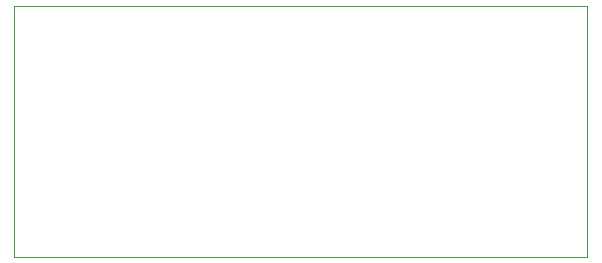
<source format=gbr>
%TF.GenerationSoftware,Altium Limited,Altium Designer,24.5.2 (23)*%
G04 Layer_Color=0*
%FSLAX45Y45*%
%MOMM*%
%TF.SameCoordinates,212D60A0-F292-481F-8A48-AB94694DD674*%
%TF.FilePolarity,Positive*%
%TF.FileFunction,Profile,NP*%
%TF.Part,Single*%
G01*
G75*
%TA.AperFunction,Profile*%
%ADD41C,0.02540*%
D41*
X2540000Y2540000D02*
X7391400D01*
Y4660900D01*
X2540000D01*
Y2540000D01*
%TF.MD5,b3a5baaf8a810db7751d0658373dda17*%
M02*

</source>
